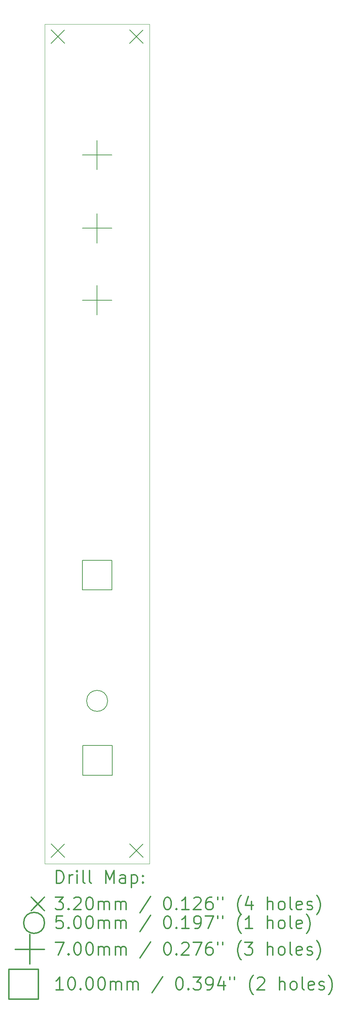
<source format=gbr>
%FSLAX45Y45*%
G04 Gerber Fmt 4.5, Leading zero omitted, Abs format (unit mm)*
G04 Created by KiCad (PCBNEW (5.1.5)-3) date 2021-01-05 16:06:42*
%MOMM*%
%LPD*%
G04 APERTURE LIST*
%TA.AperFunction,Profile*%
%ADD10C,0.050000*%
%TD*%
%ADD11C,0.200000*%
%ADD12C,0.300000*%
G04 APERTURE END LIST*
D10*
X7406000Y-20743600D02*
X9906000Y-20743600D01*
X9906000Y-743600D02*
X9906000Y-20743600D01*
X7406000Y-743600D02*
X9906000Y-743600D01*
X7406000Y-743600D02*
X7406000Y-20743600D01*
D11*
X7561600Y-874300D02*
X7881600Y-1194300D01*
X7881600Y-874300D02*
X7561600Y-1194300D01*
X7561600Y-20274300D02*
X7881600Y-20594300D01*
X7881600Y-20274300D02*
X7561600Y-20594300D01*
X9433580Y-874300D02*
X9753580Y-1194300D01*
X9753580Y-874300D02*
X9433580Y-1194300D01*
X9433580Y-20274300D02*
X9753580Y-20594300D01*
X9753580Y-20274300D02*
X9433580Y-20594300D01*
X8906000Y-16865600D02*
G75*
G03X8906000Y-16865600I-250000J0D01*
G01*
X8656000Y-3505720D02*
X8656000Y-4205720D01*
X8306000Y-3855720D02*
X9006000Y-3855720D01*
X8656000Y-6965200D02*
X8656000Y-7665200D01*
X8306000Y-7315200D02*
X9006000Y-7315200D01*
X8656000Y-5254256D02*
X8656000Y-5954256D01*
X8306000Y-5604256D02*
X9006000Y-5604256D01*
X9017497Y-18636477D02*
X9017497Y-17929363D01*
X8310383Y-17929363D01*
X8310383Y-18636477D01*
X9017497Y-18636477D01*
X9009557Y-14221957D02*
X9009557Y-13514843D01*
X8302443Y-13514843D01*
X8302443Y-14221957D01*
X9009557Y-14221957D01*
D12*
X7689928Y-21211814D02*
X7689928Y-20911814D01*
X7761357Y-20911814D01*
X7804214Y-20926100D01*
X7832786Y-20954672D01*
X7847071Y-20983243D01*
X7861357Y-21040386D01*
X7861357Y-21083243D01*
X7847071Y-21140386D01*
X7832786Y-21168957D01*
X7804214Y-21197529D01*
X7761357Y-21211814D01*
X7689928Y-21211814D01*
X7989928Y-21211814D02*
X7989928Y-21011814D01*
X7989928Y-21068957D02*
X8004214Y-21040386D01*
X8018500Y-21026100D01*
X8047071Y-21011814D01*
X8075643Y-21011814D01*
X8175643Y-21211814D02*
X8175643Y-21011814D01*
X8175643Y-20911814D02*
X8161357Y-20926100D01*
X8175643Y-20940386D01*
X8189928Y-20926100D01*
X8175643Y-20911814D01*
X8175643Y-20940386D01*
X8361357Y-21211814D02*
X8332786Y-21197529D01*
X8318500Y-21168957D01*
X8318500Y-20911814D01*
X8518500Y-21211814D02*
X8489928Y-21197529D01*
X8475643Y-21168957D01*
X8475643Y-20911814D01*
X8861357Y-21211814D02*
X8861357Y-20911814D01*
X8961357Y-21126100D01*
X9061357Y-20911814D01*
X9061357Y-21211814D01*
X9332786Y-21211814D02*
X9332786Y-21054672D01*
X9318500Y-21026100D01*
X9289928Y-21011814D01*
X9232786Y-21011814D01*
X9204214Y-21026100D01*
X9332786Y-21197529D02*
X9304214Y-21211814D01*
X9232786Y-21211814D01*
X9204214Y-21197529D01*
X9189928Y-21168957D01*
X9189928Y-21140386D01*
X9204214Y-21111814D01*
X9232786Y-21097529D01*
X9304214Y-21097529D01*
X9332786Y-21083243D01*
X9475643Y-21011814D02*
X9475643Y-21311814D01*
X9475643Y-21026100D02*
X9504214Y-21011814D01*
X9561357Y-21011814D01*
X9589928Y-21026100D01*
X9604214Y-21040386D01*
X9618500Y-21068957D01*
X9618500Y-21154672D01*
X9604214Y-21183243D01*
X9589928Y-21197529D01*
X9561357Y-21211814D01*
X9504214Y-21211814D01*
X9475643Y-21197529D01*
X9747071Y-21183243D02*
X9761357Y-21197529D01*
X9747071Y-21211814D01*
X9732786Y-21197529D01*
X9747071Y-21183243D01*
X9747071Y-21211814D01*
X9747071Y-21026100D02*
X9761357Y-21040386D01*
X9747071Y-21054672D01*
X9732786Y-21040386D01*
X9747071Y-21026100D01*
X9747071Y-21054672D01*
X7083500Y-21546100D02*
X7403500Y-21866100D01*
X7403500Y-21546100D02*
X7083500Y-21866100D01*
X7661357Y-21541814D02*
X7847071Y-21541814D01*
X7747071Y-21656100D01*
X7789928Y-21656100D01*
X7818500Y-21670386D01*
X7832786Y-21684672D01*
X7847071Y-21713243D01*
X7847071Y-21784672D01*
X7832786Y-21813243D01*
X7818500Y-21827529D01*
X7789928Y-21841814D01*
X7704214Y-21841814D01*
X7675643Y-21827529D01*
X7661357Y-21813243D01*
X7975643Y-21813243D02*
X7989928Y-21827529D01*
X7975643Y-21841814D01*
X7961357Y-21827529D01*
X7975643Y-21813243D01*
X7975643Y-21841814D01*
X8104214Y-21570386D02*
X8118500Y-21556100D01*
X8147071Y-21541814D01*
X8218500Y-21541814D01*
X8247071Y-21556100D01*
X8261357Y-21570386D01*
X8275643Y-21598957D01*
X8275643Y-21627529D01*
X8261357Y-21670386D01*
X8089928Y-21841814D01*
X8275643Y-21841814D01*
X8461357Y-21541814D02*
X8489928Y-21541814D01*
X8518500Y-21556100D01*
X8532786Y-21570386D01*
X8547071Y-21598957D01*
X8561357Y-21656100D01*
X8561357Y-21727529D01*
X8547071Y-21784672D01*
X8532786Y-21813243D01*
X8518500Y-21827529D01*
X8489928Y-21841814D01*
X8461357Y-21841814D01*
X8432786Y-21827529D01*
X8418500Y-21813243D01*
X8404214Y-21784672D01*
X8389928Y-21727529D01*
X8389928Y-21656100D01*
X8404214Y-21598957D01*
X8418500Y-21570386D01*
X8432786Y-21556100D01*
X8461357Y-21541814D01*
X8689928Y-21841814D02*
X8689928Y-21641814D01*
X8689928Y-21670386D02*
X8704214Y-21656100D01*
X8732786Y-21641814D01*
X8775643Y-21641814D01*
X8804214Y-21656100D01*
X8818500Y-21684672D01*
X8818500Y-21841814D01*
X8818500Y-21684672D02*
X8832786Y-21656100D01*
X8861357Y-21641814D01*
X8904214Y-21641814D01*
X8932786Y-21656100D01*
X8947071Y-21684672D01*
X8947071Y-21841814D01*
X9089928Y-21841814D02*
X9089928Y-21641814D01*
X9089928Y-21670386D02*
X9104214Y-21656100D01*
X9132786Y-21641814D01*
X9175643Y-21641814D01*
X9204214Y-21656100D01*
X9218500Y-21684672D01*
X9218500Y-21841814D01*
X9218500Y-21684672D02*
X9232786Y-21656100D01*
X9261357Y-21641814D01*
X9304214Y-21641814D01*
X9332786Y-21656100D01*
X9347071Y-21684672D01*
X9347071Y-21841814D01*
X9932786Y-21527529D02*
X9675643Y-21913243D01*
X10318500Y-21541814D02*
X10347071Y-21541814D01*
X10375643Y-21556100D01*
X10389928Y-21570386D01*
X10404214Y-21598957D01*
X10418500Y-21656100D01*
X10418500Y-21727529D01*
X10404214Y-21784672D01*
X10389928Y-21813243D01*
X10375643Y-21827529D01*
X10347071Y-21841814D01*
X10318500Y-21841814D01*
X10289928Y-21827529D01*
X10275643Y-21813243D01*
X10261357Y-21784672D01*
X10247071Y-21727529D01*
X10247071Y-21656100D01*
X10261357Y-21598957D01*
X10275643Y-21570386D01*
X10289928Y-21556100D01*
X10318500Y-21541814D01*
X10547071Y-21813243D02*
X10561357Y-21827529D01*
X10547071Y-21841814D01*
X10532786Y-21827529D01*
X10547071Y-21813243D01*
X10547071Y-21841814D01*
X10847071Y-21841814D02*
X10675643Y-21841814D01*
X10761357Y-21841814D02*
X10761357Y-21541814D01*
X10732786Y-21584672D01*
X10704214Y-21613243D01*
X10675643Y-21627529D01*
X10961357Y-21570386D02*
X10975643Y-21556100D01*
X11004214Y-21541814D01*
X11075643Y-21541814D01*
X11104214Y-21556100D01*
X11118500Y-21570386D01*
X11132786Y-21598957D01*
X11132786Y-21627529D01*
X11118500Y-21670386D01*
X10947071Y-21841814D01*
X11132786Y-21841814D01*
X11389928Y-21541814D02*
X11332786Y-21541814D01*
X11304214Y-21556100D01*
X11289928Y-21570386D01*
X11261357Y-21613243D01*
X11247071Y-21670386D01*
X11247071Y-21784672D01*
X11261357Y-21813243D01*
X11275643Y-21827529D01*
X11304214Y-21841814D01*
X11361357Y-21841814D01*
X11389928Y-21827529D01*
X11404214Y-21813243D01*
X11418500Y-21784672D01*
X11418500Y-21713243D01*
X11404214Y-21684672D01*
X11389928Y-21670386D01*
X11361357Y-21656100D01*
X11304214Y-21656100D01*
X11275643Y-21670386D01*
X11261357Y-21684672D01*
X11247071Y-21713243D01*
X11532786Y-21541814D02*
X11532786Y-21598957D01*
X11647071Y-21541814D02*
X11647071Y-21598957D01*
X12089928Y-21956100D02*
X12075643Y-21941814D01*
X12047071Y-21898957D01*
X12032786Y-21870386D01*
X12018500Y-21827529D01*
X12004214Y-21756100D01*
X12004214Y-21698957D01*
X12018500Y-21627529D01*
X12032786Y-21584672D01*
X12047071Y-21556100D01*
X12075643Y-21513243D01*
X12089928Y-21498957D01*
X12332786Y-21641814D02*
X12332786Y-21841814D01*
X12261357Y-21527529D02*
X12189928Y-21741814D01*
X12375643Y-21741814D01*
X12718500Y-21841814D02*
X12718500Y-21541814D01*
X12847071Y-21841814D02*
X12847071Y-21684672D01*
X12832786Y-21656100D01*
X12804214Y-21641814D01*
X12761357Y-21641814D01*
X12732786Y-21656100D01*
X12718500Y-21670386D01*
X13032786Y-21841814D02*
X13004214Y-21827529D01*
X12989928Y-21813243D01*
X12975643Y-21784672D01*
X12975643Y-21698957D01*
X12989928Y-21670386D01*
X13004214Y-21656100D01*
X13032786Y-21641814D01*
X13075643Y-21641814D01*
X13104214Y-21656100D01*
X13118500Y-21670386D01*
X13132786Y-21698957D01*
X13132786Y-21784672D01*
X13118500Y-21813243D01*
X13104214Y-21827529D01*
X13075643Y-21841814D01*
X13032786Y-21841814D01*
X13304214Y-21841814D02*
X13275643Y-21827529D01*
X13261357Y-21798957D01*
X13261357Y-21541814D01*
X13532786Y-21827529D02*
X13504214Y-21841814D01*
X13447071Y-21841814D01*
X13418500Y-21827529D01*
X13404214Y-21798957D01*
X13404214Y-21684672D01*
X13418500Y-21656100D01*
X13447071Y-21641814D01*
X13504214Y-21641814D01*
X13532786Y-21656100D01*
X13547071Y-21684672D01*
X13547071Y-21713243D01*
X13404214Y-21741814D01*
X13661357Y-21827529D02*
X13689928Y-21841814D01*
X13747071Y-21841814D01*
X13775643Y-21827529D01*
X13789928Y-21798957D01*
X13789928Y-21784672D01*
X13775643Y-21756100D01*
X13747071Y-21741814D01*
X13704214Y-21741814D01*
X13675643Y-21727529D01*
X13661357Y-21698957D01*
X13661357Y-21684672D01*
X13675643Y-21656100D01*
X13704214Y-21641814D01*
X13747071Y-21641814D01*
X13775643Y-21656100D01*
X13889928Y-21956100D02*
X13904214Y-21941814D01*
X13932786Y-21898957D01*
X13947071Y-21870386D01*
X13961357Y-21827529D01*
X13975643Y-21756100D01*
X13975643Y-21698957D01*
X13961357Y-21627529D01*
X13947071Y-21584672D01*
X13932786Y-21556100D01*
X13904214Y-21513243D01*
X13889928Y-21498957D01*
X7403500Y-22156100D02*
G75*
G03X7403500Y-22156100I-250000J0D01*
G01*
X7832786Y-21991814D02*
X7689928Y-21991814D01*
X7675643Y-22134672D01*
X7689928Y-22120386D01*
X7718500Y-22106100D01*
X7789928Y-22106100D01*
X7818500Y-22120386D01*
X7832786Y-22134672D01*
X7847071Y-22163243D01*
X7847071Y-22234672D01*
X7832786Y-22263243D01*
X7818500Y-22277529D01*
X7789928Y-22291814D01*
X7718500Y-22291814D01*
X7689928Y-22277529D01*
X7675643Y-22263243D01*
X7975643Y-22263243D02*
X7989928Y-22277529D01*
X7975643Y-22291814D01*
X7961357Y-22277529D01*
X7975643Y-22263243D01*
X7975643Y-22291814D01*
X8175643Y-21991814D02*
X8204214Y-21991814D01*
X8232786Y-22006100D01*
X8247071Y-22020386D01*
X8261357Y-22048957D01*
X8275643Y-22106100D01*
X8275643Y-22177529D01*
X8261357Y-22234672D01*
X8247071Y-22263243D01*
X8232786Y-22277529D01*
X8204214Y-22291814D01*
X8175643Y-22291814D01*
X8147071Y-22277529D01*
X8132786Y-22263243D01*
X8118500Y-22234672D01*
X8104214Y-22177529D01*
X8104214Y-22106100D01*
X8118500Y-22048957D01*
X8132786Y-22020386D01*
X8147071Y-22006100D01*
X8175643Y-21991814D01*
X8461357Y-21991814D02*
X8489928Y-21991814D01*
X8518500Y-22006100D01*
X8532786Y-22020386D01*
X8547071Y-22048957D01*
X8561357Y-22106100D01*
X8561357Y-22177529D01*
X8547071Y-22234672D01*
X8532786Y-22263243D01*
X8518500Y-22277529D01*
X8489928Y-22291814D01*
X8461357Y-22291814D01*
X8432786Y-22277529D01*
X8418500Y-22263243D01*
X8404214Y-22234672D01*
X8389928Y-22177529D01*
X8389928Y-22106100D01*
X8404214Y-22048957D01*
X8418500Y-22020386D01*
X8432786Y-22006100D01*
X8461357Y-21991814D01*
X8689928Y-22291814D02*
X8689928Y-22091814D01*
X8689928Y-22120386D02*
X8704214Y-22106100D01*
X8732786Y-22091814D01*
X8775643Y-22091814D01*
X8804214Y-22106100D01*
X8818500Y-22134672D01*
X8818500Y-22291814D01*
X8818500Y-22134672D02*
X8832786Y-22106100D01*
X8861357Y-22091814D01*
X8904214Y-22091814D01*
X8932786Y-22106100D01*
X8947071Y-22134672D01*
X8947071Y-22291814D01*
X9089928Y-22291814D02*
X9089928Y-22091814D01*
X9089928Y-22120386D02*
X9104214Y-22106100D01*
X9132786Y-22091814D01*
X9175643Y-22091814D01*
X9204214Y-22106100D01*
X9218500Y-22134672D01*
X9218500Y-22291814D01*
X9218500Y-22134672D02*
X9232786Y-22106100D01*
X9261357Y-22091814D01*
X9304214Y-22091814D01*
X9332786Y-22106100D01*
X9347071Y-22134672D01*
X9347071Y-22291814D01*
X9932786Y-21977529D02*
X9675643Y-22363243D01*
X10318500Y-21991814D02*
X10347071Y-21991814D01*
X10375643Y-22006100D01*
X10389928Y-22020386D01*
X10404214Y-22048957D01*
X10418500Y-22106100D01*
X10418500Y-22177529D01*
X10404214Y-22234672D01*
X10389928Y-22263243D01*
X10375643Y-22277529D01*
X10347071Y-22291814D01*
X10318500Y-22291814D01*
X10289928Y-22277529D01*
X10275643Y-22263243D01*
X10261357Y-22234672D01*
X10247071Y-22177529D01*
X10247071Y-22106100D01*
X10261357Y-22048957D01*
X10275643Y-22020386D01*
X10289928Y-22006100D01*
X10318500Y-21991814D01*
X10547071Y-22263243D02*
X10561357Y-22277529D01*
X10547071Y-22291814D01*
X10532786Y-22277529D01*
X10547071Y-22263243D01*
X10547071Y-22291814D01*
X10847071Y-22291814D02*
X10675643Y-22291814D01*
X10761357Y-22291814D02*
X10761357Y-21991814D01*
X10732786Y-22034672D01*
X10704214Y-22063243D01*
X10675643Y-22077529D01*
X10989928Y-22291814D02*
X11047071Y-22291814D01*
X11075643Y-22277529D01*
X11089928Y-22263243D01*
X11118500Y-22220386D01*
X11132786Y-22163243D01*
X11132786Y-22048957D01*
X11118500Y-22020386D01*
X11104214Y-22006100D01*
X11075643Y-21991814D01*
X11018500Y-21991814D01*
X10989928Y-22006100D01*
X10975643Y-22020386D01*
X10961357Y-22048957D01*
X10961357Y-22120386D01*
X10975643Y-22148957D01*
X10989928Y-22163243D01*
X11018500Y-22177529D01*
X11075643Y-22177529D01*
X11104214Y-22163243D01*
X11118500Y-22148957D01*
X11132786Y-22120386D01*
X11232786Y-21991814D02*
X11432786Y-21991814D01*
X11304214Y-22291814D01*
X11532786Y-21991814D02*
X11532786Y-22048957D01*
X11647071Y-21991814D02*
X11647071Y-22048957D01*
X12089928Y-22406100D02*
X12075643Y-22391814D01*
X12047071Y-22348957D01*
X12032786Y-22320386D01*
X12018500Y-22277529D01*
X12004214Y-22206100D01*
X12004214Y-22148957D01*
X12018500Y-22077529D01*
X12032786Y-22034672D01*
X12047071Y-22006100D01*
X12075643Y-21963243D01*
X12089928Y-21948957D01*
X12361357Y-22291814D02*
X12189928Y-22291814D01*
X12275643Y-22291814D02*
X12275643Y-21991814D01*
X12247071Y-22034672D01*
X12218500Y-22063243D01*
X12189928Y-22077529D01*
X12718500Y-22291814D02*
X12718500Y-21991814D01*
X12847071Y-22291814D02*
X12847071Y-22134672D01*
X12832786Y-22106100D01*
X12804214Y-22091814D01*
X12761357Y-22091814D01*
X12732786Y-22106100D01*
X12718500Y-22120386D01*
X13032786Y-22291814D02*
X13004214Y-22277529D01*
X12989928Y-22263243D01*
X12975643Y-22234672D01*
X12975643Y-22148957D01*
X12989928Y-22120386D01*
X13004214Y-22106100D01*
X13032786Y-22091814D01*
X13075643Y-22091814D01*
X13104214Y-22106100D01*
X13118500Y-22120386D01*
X13132786Y-22148957D01*
X13132786Y-22234672D01*
X13118500Y-22263243D01*
X13104214Y-22277529D01*
X13075643Y-22291814D01*
X13032786Y-22291814D01*
X13304214Y-22291814D02*
X13275643Y-22277529D01*
X13261357Y-22248957D01*
X13261357Y-21991814D01*
X13532786Y-22277529D02*
X13504214Y-22291814D01*
X13447071Y-22291814D01*
X13418500Y-22277529D01*
X13404214Y-22248957D01*
X13404214Y-22134672D01*
X13418500Y-22106100D01*
X13447071Y-22091814D01*
X13504214Y-22091814D01*
X13532786Y-22106100D01*
X13547071Y-22134672D01*
X13547071Y-22163243D01*
X13404214Y-22191814D01*
X13647071Y-22406100D02*
X13661357Y-22391814D01*
X13689928Y-22348957D01*
X13704214Y-22320386D01*
X13718500Y-22277529D01*
X13732786Y-22206100D01*
X13732786Y-22148957D01*
X13718500Y-22077529D01*
X13704214Y-22034672D01*
X13689928Y-22006100D01*
X13661357Y-21963243D01*
X13647071Y-21948957D01*
X7053500Y-22436100D02*
X7053500Y-23136100D01*
X6703500Y-22786100D02*
X7403500Y-22786100D01*
X7661357Y-22621814D02*
X7861357Y-22621814D01*
X7732786Y-22921814D01*
X7975643Y-22893243D02*
X7989928Y-22907529D01*
X7975643Y-22921814D01*
X7961357Y-22907529D01*
X7975643Y-22893243D01*
X7975643Y-22921814D01*
X8175643Y-22621814D02*
X8204214Y-22621814D01*
X8232786Y-22636100D01*
X8247071Y-22650386D01*
X8261357Y-22678957D01*
X8275643Y-22736100D01*
X8275643Y-22807529D01*
X8261357Y-22864671D01*
X8247071Y-22893243D01*
X8232786Y-22907529D01*
X8204214Y-22921814D01*
X8175643Y-22921814D01*
X8147071Y-22907529D01*
X8132786Y-22893243D01*
X8118500Y-22864671D01*
X8104214Y-22807529D01*
X8104214Y-22736100D01*
X8118500Y-22678957D01*
X8132786Y-22650386D01*
X8147071Y-22636100D01*
X8175643Y-22621814D01*
X8461357Y-22621814D02*
X8489928Y-22621814D01*
X8518500Y-22636100D01*
X8532786Y-22650386D01*
X8547071Y-22678957D01*
X8561357Y-22736100D01*
X8561357Y-22807529D01*
X8547071Y-22864671D01*
X8532786Y-22893243D01*
X8518500Y-22907529D01*
X8489928Y-22921814D01*
X8461357Y-22921814D01*
X8432786Y-22907529D01*
X8418500Y-22893243D01*
X8404214Y-22864671D01*
X8389928Y-22807529D01*
X8389928Y-22736100D01*
X8404214Y-22678957D01*
X8418500Y-22650386D01*
X8432786Y-22636100D01*
X8461357Y-22621814D01*
X8689928Y-22921814D02*
X8689928Y-22721814D01*
X8689928Y-22750386D02*
X8704214Y-22736100D01*
X8732786Y-22721814D01*
X8775643Y-22721814D01*
X8804214Y-22736100D01*
X8818500Y-22764671D01*
X8818500Y-22921814D01*
X8818500Y-22764671D02*
X8832786Y-22736100D01*
X8861357Y-22721814D01*
X8904214Y-22721814D01*
X8932786Y-22736100D01*
X8947071Y-22764671D01*
X8947071Y-22921814D01*
X9089928Y-22921814D02*
X9089928Y-22721814D01*
X9089928Y-22750386D02*
X9104214Y-22736100D01*
X9132786Y-22721814D01*
X9175643Y-22721814D01*
X9204214Y-22736100D01*
X9218500Y-22764671D01*
X9218500Y-22921814D01*
X9218500Y-22764671D02*
X9232786Y-22736100D01*
X9261357Y-22721814D01*
X9304214Y-22721814D01*
X9332786Y-22736100D01*
X9347071Y-22764671D01*
X9347071Y-22921814D01*
X9932786Y-22607529D02*
X9675643Y-22993243D01*
X10318500Y-22621814D02*
X10347071Y-22621814D01*
X10375643Y-22636100D01*
X10389928Y-22650386D01*
X10404214Y-22678957D01*
X10418500Y-22736100D01*
X10418500Y-22807529D01*
X10404214Y-22864671D01*
X10389928Y-22893243D01*
X10375643Y-22907529D01*
X10347071Y-22921814D01*
X10318500Y-22921814D01*
X10289928Y-22907529D01*
X10275643Y-22893243D01*
X10261357Y-22864671D01*
X10247071Y-22807529D01*
X10247071Y-22736100D01*
X10261357Y-22678957D01*
X10275643Y-22650386D01*
X10289928Y-22636100D01*
X10318500Y-22621814D01*
X10547071Y-22893243D02*
X10561357Y-22907529D01*
X10547071Y-22921814D01*
X10532786Y-22907529D01*
X10547071Y-22893243D01*
X10547071Y-22921814D01*
X10675643Y-22650386D02*
X10689928Y-22636100D01*
X10718500Y-22621814D01*
X10789928Y-22621814D01*
X10818500Y-22636100D01*
X10832786Y-22650386D01*
X10847071Y-22678957D01*
X10847071Y-22707529D01*
X10832786Y-22750386D01*
X10661357Y-22921814D01*
X10847071Y-22921814D01*
X10947071Y-22621814D02*
X11147071Y-22621814D01*
X11018500Y-22921814D01*
X11389928Y-22621814D02*
X11332786Y-22621814D01*
X11304214Y-22636100D01*
X11289928Y-22650386D01*
X11261357Y-22693243D01*
X11247071Y-22750386D01*
X11247071Y-22864671D01*
X11261357Y-22893243D01*
X11275643Y-22907529D01*
X11304214Y-22921814D01*
X11361357Y-22921814D01*
X11389928Y-22907529D01*
X11404214Y-22893243D01*
X11418500Y-22864671D01*
X11418500Y-22793243D01*
X11404214Y-22764671D01*
X11389928Y-22750386D01*
X11361357Y-22736100D01*
X11304214Y-22736100D01*
X11275643Y-22750386D01*
X11261357Y-22764671D01*
X11247071Y-22793243D01*
X11532786Y-22621814D02*
X11532786Y-22678957D01*
X11647071Y-22621814D02*
X11647071Y-22678957D01*
X12089928Y-23036100D02*
X12075643Y-23021814D01*
X12047071Y-22978957D01*
X12032786Y-22950386D01*
X12018500Y-22907529D01*
X12004214Y-22836100D01*
X12004214Y-22778957D01*
X12018500Y-22707529D01*
X12032786Y-22664671D01*
X12047071Y-22636100D01*
X12075643Y-22593243D01*
X12089928Y-22578957D01*
X12175643Y-22621814D02*
X12361357Y-22621814D01*
X12261357Y-22736100D01*
X12304214Y-22736100D01*
X12332786Y-22750386D01*
X12347071Y-22764671D01*
X12361357Y-22793243D01*
X12361357Y-22864671D01*
X12347071Y-22893243D01*
X12332786Y-22907529D01*
X12304214Y-22921814D01*
X12218500Y-22921814D01*
X12189928Y-22907529D01*
X12175643Y-22893243D01*
X12718500Y-22921814D02*
X12718500Y-22621814D01*
X12847071Y-22921814D02*
X12847071Y-22764671D01*
X12832786Y-22736100D01*
X12804214Y-22721814D01*
X12761357Y-22721814D01*
X12732786Y-22736100D01*
X12718500Y-22750386D01*
X13032786Y-22921814D02*
X13004214Y-22907529D01*
X12989928Y-22893243D01*
X12975643Y-22864671D01*
X12975643Y-22778957D01*
X12989928Y-22750386D01*
X13004214Y-22736100D01*
X13032786Y-22721814D01*
X13075643Y-22721814D01*
X13104214Y-22736100D01*
X13118500Y-22750386D01*
X13132786Y-22778957D01*
X13132786Y-22864671D01*
X13118500Y-22893243D01*
X13104214Y-22907529D01*
X13075643Y-22921814D01*
X13032786Y-22921814D01*
X13304214Y-22921814D02*
X13275643Y-22907529D01*
X13261357Y-22878957D01*
X13261357Y-22621814D01*
X13532786Y-22907529D02*
X13504214Y-22921814D01*
X13447071Y-22921814D01*
X13418500Y-22907529D01*
X13404214Y-22878957D01*
X13404214Y-22764671D01*
X13418500Y-22736100D01*
X13447071Y-22721814D01*
X13504214Y-22721814D01*
X13532786Y-22736100D01*
X13547071Y-22764671D01*
X13547071Y-22793243D01*
X13404214Y-22821814D01*
X13661357Y-22907529D02*
X13689928Y-22921814D01*
X13747071Y-22921814D01*
X13775643Y-22907529D01*
X13789928Y-22878957D01*
X13789928Y-22864671D01*
X13775643Y-22836100D01*
X13747071Y-22821814D01*
X13704214Y-22821814D01*
X13675643Y-22807529D01*
X13661357Y-22778957D01*
X13661357Y-22764671D01*
X13675643Y-22736100D01*
X13704214Y-22721814D01*
X13747071Y-22721814D01*
X13775643Y-22736100D01*
X13889928Y-23036100D02*
X13904214Y-23021814D01*
X13932786Y-22978957D01*
X13947071Y-22950386D01*
X13961357Y-22907529D01*
X13975643Y-22836100D01*
X13975643Y-22778957D01*
X13961357Y-22707529D01*
X13947071Y-22664671D01*
X13932786Y-22636100D01*
X13904214Y-22593243D01*
X13889928Y-22578957D01*
X7257057Y-23969657D02*
X7257057Y-23262543D01*
X6549943Y-23262543D01*
X6549943Y-23969657D01*
X7257057Y-23969657D01*
X7847071Y-23751814D02*
X7675643Y-23751814D01*
X7761357Y-23751814D02*
X7761357Y-23451814D01*
X7732786Y-23494671D01*
X7704214Y-23523243D01*
X7675643Y-23537529D01*
X8032786Y-23451814D02*
X8061357Y-23451814D01*
X8089928Y-23466100D01*
X8104214Y-23480386D01*
X8118500Y-23508957D01*
X8132786Y-23566100D01*
X8132786Y-23637529D01*
X8118500Y-23694671D01*
X8104214Y-23723243D01*
X8089928Y-23737529D01*
X8061357Y-23751814D01*
X8032786Y-23751814D01*
X8004214Y-23737529D01*
X7989928Y-23723243D01*
X7975643Y-23694671D01*
X7961357Y-23637529D01*
X7961357Y-23566100D01*
X7975643Y-23508957D01*
X7989928Y-23480386D01*
X8004214Y-23466100D01*
X8032786Y-23451814D01*
X8261357Y-23723243D02*
X8275643Y-23737529D01*
X8261357Y-23751814D01*
X8247071Y-23737529D01*
X8261357Y-23723243D01*
X8261357Y-23751814D01*
X8461357Y-23451814D02*
X8489928Y-23451814D01*
X8518500Y-23466100D01*
X8532786Y-23480386D01*
X8547071Y-23508957D01*
X8561357Y-23566100D01*
X8561357Y-23637529D01*
X8547071Y-23694671D01*
X8532786Y-23723243D01*
X8518500Y-23737529D01*
X8489928Y-23751814D01*
X8461357Y-23751814D01*
X8432786Y-23737529D01*
X8418500Y-23723243D01*
X8404214Y-23694671D01*
X8389928Y-23637529D01*
X8389928Y-23566100D01*
X8404214Y-23508957D01*
X8418500Y-23480386D01*
X8432786Y-23466100D01*
X8461357Y-23451814D01*
X8747071Y-23451814D02*
X8775643Y-23451814D01*
X8804214Y-23466100D01*
X8818500Y-23480386D01*
X8832786Y-23508957D01*
X8847071Y-23566100D01*
X8847071Y-23637529D01*
X8832786Y-23694671D01*
X8818500Y-23723243D01*
X8804214Y-23737529D01*
X8775643Y-23751814D01*
X8747071Y-23751814D01*
X8718500Y-23737529D01*
X8704214Y-23723243D01*
X8689928Y-23694671D01*
X8675643Y-23637529D01*
X8675643Y-23566100D01*
X8689928Y-23508957D01*
X8704214Y-23480386D01*
X8718500Y-23466100D01*
X8747071Y-23451814D01*
X8975643Y-23751814D02*
X8975643Y-23551814D01*
X8975643Y-23580386D02*
X8989928Y-23566100D01*
X9018500Y-23551814D01*
X9061357Y-23551814D01*
X9089928Y-23566100D01*
X9104214Y-23594671D01*
X9104214Y-23751814D01*
X9104214Y-23594671D02*
X9118500Y-23566100D01*
X9147071Y-23551814D01*
X9189928Y-23551814D01*
X9218500Y-23566100D01*
X9232786Y-23594671D01*
X9232786Y-23751814D01*
X9375643Y-23751814D02*
X9375643Y-23551814D01*
X9375643Y-23580386D02*
X9389928Y-23566100D01*
X9418500Y-23551814D01*
X9461357Y-23551814D01*
X9489928Y-23566100D01*
X9504214Y-23594671D01*
X9504214Y-23751814D01*
X9504214Y-23594671D02*
X9518500Y-23566100D01*
X9547071Y-23551814D01*
X9589928Y-23551814D01*
X9618500Y-23566100D01*
X9632786Y-23594671D01*
X9632786Y-23751814D01*
X10218500Y-23437529D02*
X9961357Y-23823243D01*
X10604214Y-23451814D02*
X10632786Y-23451814D01*
X10661357Y-23466100D01*
X10675643Y-23480386D01*
X10689928Y-23508957D01*
X10704214Y-23566100D01*
X10704214Y-23637529D01*
X10689928Y-23694671D01*
X10675643Y-23723243D01*
X10661357Y-23737529D01*
X10632786Y-23751814D01*
X10604214Y-23751814D01*
X10575643Y-23737529D01*
X10561357Y-23723243D01*
X10547071Y-23694671D01*
X10532786Y-23637529D01*
X10532786Y-23566100D01*
X10547071Y-23508957D01*
X10561357Y-23480386D01*
X10575643Y-23466100D01*
X10604214Y-23451814D01*
X10832786Y-23723243D02*
X10847071Y-23737529D01*
X10832786Y-23751814D01*
X10818500Y-23737529D01*
X10832786Y-23723243D01*
X10832786Y-23751814D01*
X10947071Y-23451814D02*
X11132786Y-23451814D01*
X11032786Y-23566100D01*
X11075643Y-23566100D01*
X11104214Y-23580386D01*
X11118500Y-23594671D01*
X11132786Y-23623243D01*
X11132786Y-23694671D01*
X11118500Y-23723243D01*
X11104214Y-23737529D01*
X11075643Y-23751814D01*
X10989928Y-23751814D01*
X10961357Y-23737529D01*
X10947071Y-23723243D01*
X11275643Y-23751814D02*
X11332786Y-23751814D01*
X11361357Y-23737529D01*
X11375643Y-23723243D01*
X11404214Y-23680386D01*
X11418500Y-23623243D01*
X11418500Y-23508957D01*
X11404214Y-23480386D01*
X11389928Y-23466100D01*
X11361357Y-23451814D01*
X11304214Y-23451814D01*
X11275643Y-23466100D01*
X11261357Y-23480386D01*
X11247071Y-23508957D01*
X11247071Y-23580386D01*
X11261357Y-23608957D01*
X11275643Y-23623243D01*
X11304214Y-23637529D01*
X11361357Y-23637529D01*
X11389928Y-23623243D01*
X11404214Y-23608957D01*
X11418500Y-23580386D01*
X11675643Y-23551814D02*
X11675643Y-23751814D01*
X11604214Y-23437529D02*
X11532786Y-23651814D01*
X11718500Y-23651814D01*
X11818500Y-23451814D02*
X11818500Y-23508957D01*
X11932786Y-23451814D02*
X11932786Y-23508957D01*
X12375643Y-23866100D02*
X12361357Y-23851814D01*
X12332786Y-23808957D01*
X12318500Y-23780386D01*
X12304214Y-23737529D01*
X12289928Y-23666100D01*
X12289928Y-23608957D01*
X12304214Y-23537529D01*
X12318500Y-23494671D01*
X12332786Y-23466100D01*
X12361357Y-23423243D01*
X12375643Y-23408957D01*
X12475643Y-23480386D02*
X12489928Y-23466100D01*
X12518500Y-23451814D01*
X12589928Y-23451814D01*
X12618500Y-23466100D01*
X12632786Y-23480386D01*
X12647071Y-23508957D01*
X12647071Y-23537529D01*
X12632786Y-23580386D01*
X12461357Y-23751814D01*
X12647071Y-23751814D01*
X13004214Y-23751814D02*
X13004214Y-23451814D01*
X13132786Y-23751814D02*
X13132786Y-23594671D01*
X13118500Y-23566100D01*
X13089928Y-23551814D01*
X13047071Y-23551814D01*
X13018500Y-23566100D01*
X13004214Y-23580386D01*
X13318500Y-23751814D02*
X13289928Y-23737529D01*
X13275643Y-23723243D01*
X13261357Y-23694671D01*
X13261357Y-23608957D01*
X13275643Y-23580386D01*
X13289928Y-23566100D01*
X13318500Y-23551814D01*
X13361357Y-23551814D01*
X13389928Y-23566100D01*
X13404214Y-23580386D01*
X13418500Y-23608957D01*
X13418500Y-23694671D01*
X13404214Y-23723243D01*
X13389928Y-23737529D01*
X13361357Y-23751814D01*
X13318500Y-23751814D01*
X13589928Y-23751814D02*
X13561357Y-23737529D01*
X13547071Y-23708957D01*
X13547071Y-23451814D01*
X13818500Y-23737529D02*
X13789928Y-23751814D01*
X13732786Y-23751814D01*
X13704214Y-23737529D01*
X13689928Y-23708957D01*
X13689928Y-23594671D01*
X13704214Y-23566100D01*
X13732786Y-23551814D01*
X13789928Y-23551814D01*
X13818500Y-23566100D01*
X13832786Y-23594671D01*
X13832786Y-23623243D01*
X13689928Y-23651814D01*
X13947071Y-23737529D02*
X13975643Y-23751814D01*
X14032786Y-23751814D01*
X14061357Y-23737529D01*
X14075643Y-23708957D01*
X14075643Y-23694671D01*
X14061357Y-23666100D01*
X14032786Y-23651814D01*
X13989928Y-23651814D01*
X13961357Y-23637529D01*
X13947071Y-23608957D01*
X13947071Y-23594671D01*
X13961357Y-23566100D01*
X13989928Y-23551814D01*
X14032786Y-23551814D01*
X14061357Y-23566100D01*
X14175643Y-23866100D02*
X14189928Y-23851814D01*
X14218500Y-23808957D01*
X14232786Y-23780386D01*
X14247071Y-23737529D01*
X14261357Y-23666100D01*
X14261357Y-23608957D01*
X14247071Y-23537529D01*
X14232786Y-23494671D01*
X14218500Y-23466100D01*
X14189928Y-23423243D01*
X14175643Y-23408957D01*
M02*

</source>
